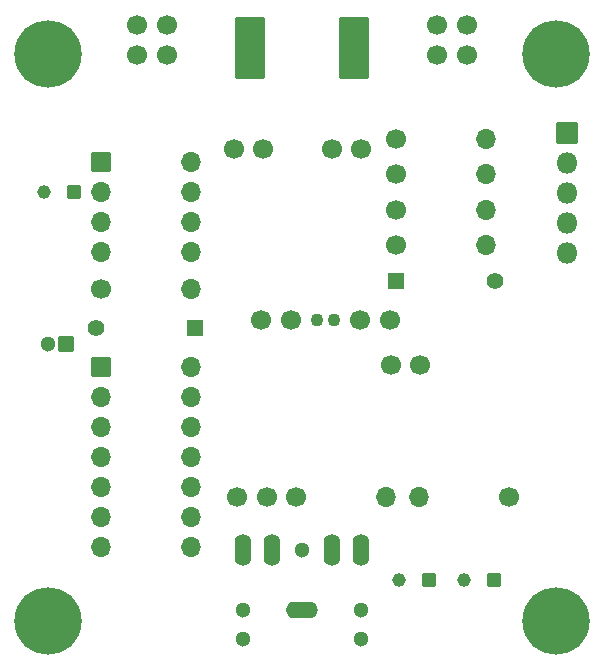
<source format=gbr>
%TF.GenerationSoftware,KiCad,Pcbnew,7.0.5-0*%
%TF.CreationDate,2023-08-23T15:17:08-05:00*%
%TF.ProjectId,4732_THT_V2,34373332-5f54-4485-945f-56322e6b6963,rev?*%
%TF.SameCoordinates,Original*%
%TF.FileFunction,Soldermask,Bot*%
%TF.FilePolarity,Negative*%
%FSLAX46Y46*%
G04 Gerber Fmt 4.6, Leading zero omitted, Abs format (unit mm)*
G04 Created by KiCad (PCBNEW 7.0.5-0) date 2023-08-23 15:17:08*
%MOMM*%
%LPD*%
G01*
G04 APERTURE LIST*
G04 Aperture macros list*
%AMRoundRect*
0 Rectangle with rounded corners*
0 $1 Rounding radius*
0 $2 $3 $4 $5 $6 $7 $8 $9 X,Y pos of 4 corners*
0 Add a 4 corners polygon primitive as box body*
4,1,4,$2,$3,$4,$5,$6,$7,$8,$9,$2,$3,0*
0 Add four circle primitives for the rounded corners*
1,1,$1+$1,$2,$3*
1,1,$1+$1,$4,$5*
1,1,$1+$1,$6,$7*
1,1,$1+$1,$8,$9*
0 Add four rect primitives between the rounded corners*
20,1,$1+$1,$2,$3,$4,$5,0*
20,1,$1+$1,$4,$5,$6,$7,0*
20,1,$1+$1,$6,$7,$8,$9,0*
20,1,$1+$1,$8,$9,$2,$3,0*%
G04 Aperture macros list end*
%ADD10C,5.700000*%
%ADD11C,1.700000*%
%ADD12O,1.700000X1.700000*%
%ADD13RoundRect,0.050000X-0.800000X-0.800000X0.800000X-0.800000X0.800000X0.800000X-0.800000X0.800000X0*%
%ADD14RoundRect,0.050000X0.647700X0.647700X-0.647700X0.647700X-0.647700X-0.647700X0.647700X-0.647700X0*%
%ADD15C,1.395400*%
%ADD16RoundRect,0.050000X0.525000X0.525000X-0.525000X0.525000X-0.525000X-0.525000X0.525000X-0.525000X0*%
%ADD17C,1.150000*%
%ADD18RoundRect,0.050000X-1.210000X2.540000X-1.210000X-2.540000X1.210000X-2.540000X1.210000X2.540000X0*%
%ADD19C,1.300000*%
%ADD20O,2.716000X1.408000*%
%ADD21O,1.408000X2.716000*%
%ADD22C,1.700200*%
%ADD23RoundRect,0.050000X-0.850000X-0.850000X0.850000X-0.850000X0.850000X0.850000X-0.850000X0.850000X0*%
%ADD24O,1.800000X1.800000*%
%ADD25C,1.100000*%
%ADD26RoundRect,0.050000X0.600000X0.600000X-0.600000X0.600000X-0.600000X-0.600000X0.600000X-0.600000X0*%
%ADD27RoundRect,0.050000X-0.647700X-0.647700X0.647700X-0.647700X0.647700X0.647700X-0.647700X0.647700X0*%
G04 APERTURE END LIST*
D10*
%TO.C,REF\u002A\u002A*%
X96500000Y-53500000D03*
%TD*%
D11*
%TO.C,R2*%
X58000000Y-73390000D03*
D12*
X65620000Y-73390000D03*
%TD*%
D13*
%TO.C,U3*%
X58000000Y-80000000D03*
D12*
X58000000Y-82540000D03*
X58000000Y-85080000D03*
X58000000Y-87620000D03*
X58000000Y-90160000D03*
X58000000Y-92700000D03*
X58000000Y-95240000D03*
X65620000Y-95240000D03*
X65620000Y-92700000D03*
X65620000Y-90160000D03*
X65620000Y-87620000D03*
X65620000Y-85080000D03*
X65620000Y-82540000D03*
X65620000Y-80000000D03*
%TD*%
D14*
%TO.C,C3*%
X65901000Y-76630000D03*
D15*
X57519000Y-76630000D03*
%TD*%
D16*
%TO.C,C11*%
X91250000Y-98000000D03*
D17*
X88750000Y-98000000D03*
%TD*%
D11*
%TO.C,R16*%
X83000000Y-69660000D03*
D12*
X90620000Y-69660000D03*
%TD*%
D18*
%TO.C,J4*%
X79380000Y-52980000D03*
X70620000Y-52980000D03*
%TD*%
D16*
%TO.C,C4*%
X55690000Y-65140000D03*
D17*
X53190000Y-65140000D03*
%TD*%
D10*
%TO.C,REF\u002A\u002A*%
X96500000Y-101500000D03*
%TD*%
D11*
%TO.C,C1*%
X74040000Y-76000000D03*
X71540000Y-76000000D03*
%TD*%
D19*
%TO.C,J2*%
X70000000Y-103000000D03*
X80000000Y-103000000D03*
X70000000Y-100500000D03*
X80000000Y-100500000D03*
X75000000Y-95500000D03*
D20*
X75000000Y-100500000D03*
D21*
X80000000Y-95500000D03*
X70000000Y-95500000D03*
X77500000Y-95500000D03*
X72500000Y-95500000D03*
%TD*%
D11*
%TO.C,R5*%
X92500000Y-91000000D03*
D12*
X84880000Y-91000000D03*
%TD*%
D11*
%TO.C,C5*%
X85000000Y-79825000D03*
X82500000Y-79825000D03*
%TD*%
%TO.C,C2*%
X79940000Y-76000000D03*
X82440000Y-76000000D03*
%TD*%
D22*
%TO.C,J3*%
X89000000Y-53590000D03*
X86460000Y-53590000D03*
X89000000Y-51050000D03*
X86460000Y-51050000D03*
%TD*%
D16*
%TO.C,C15*%
X85750000Y-98000000D03*
D17*
X83250000Y-98000000D03*
%TD*%
D23*
%TO.C,J1*%
X97460000Y-60160000D03*
D24*
X97460000Y-62700000D03*
X97460000Y-65240000D03*
X97460000Y-67780000D03*
X97460000Y-70320000D03*
%TD*%
D10*
%TO.C,REF\u002A\u002A*%
X53500000Y-101500000D03*
%TD*%
D25*
%TO.C,Y1*%
X76250000Y-76000000D03*
X77750000Y-76000000D03*
%TD*%
D26*
%TO.C,C8*%
X55000000Y-78000000D03*
D19*
X53500000Y-78000000D03*
%TD*%
D11*
%TO.C,C10*%
X72000000Y-91000000D03*
X69500000Y-91000000D03*
%TD*%
%TO.C,R4*%
X83000000Y-60660000D03*
D12*
X90620000Y-60660000D03*
%TD*%
D13*
%TO.C,U2*%
X58000000Y-62600000D03*
D12*
X58000000Y-65140000D03*
X58000000Y-67680000D03*
X58000000Y-70220000D03*
X65620000Y-70220000D03*
X65620000Y-67680000D03*
X65620000Y-65140000D03*
X65620000Y-62600000D03*
%TD*%
D10*
%TO.C,REF\u002A\u002A*%
X53500000Y-53500000D03*
%TD*%
D11*
%TO.C,C9*%
X80000000Y-61500000D03*
X77500000Y-61500000D03*
%TD*%
%TO.C,R1*%
X83000000Y-63660000D03*
D12*
X90620000Y-63660000D03*
%TD*%
D27*
%TO.C,C7*%
X83000000Y-72660000D03*
D15*
X91382000Y-72660000D03*
%TD*%
D11*
%TO.C,R3*%
X83000000Y-66660000D03*
D12*
X90620000Y-66660000D03*
%TD*%
D11*
%TO.C,C6*%
X71720000Y-61500000D03*
X69220000Y-61500000D03*
%TD*%
D22*
%TO.C,J5*%
X63540000Y-53590000D03*
X61000000Y-53590000D03*
X63540000Y-51050000D03*
X61000000Y-51050000D03*
%TD*%
D11*
%TO.C,R12*%
X74500000Y-91000000D03*
D12*
X82120000Y-91000000D03*
%TD*%
M02*

</source>
